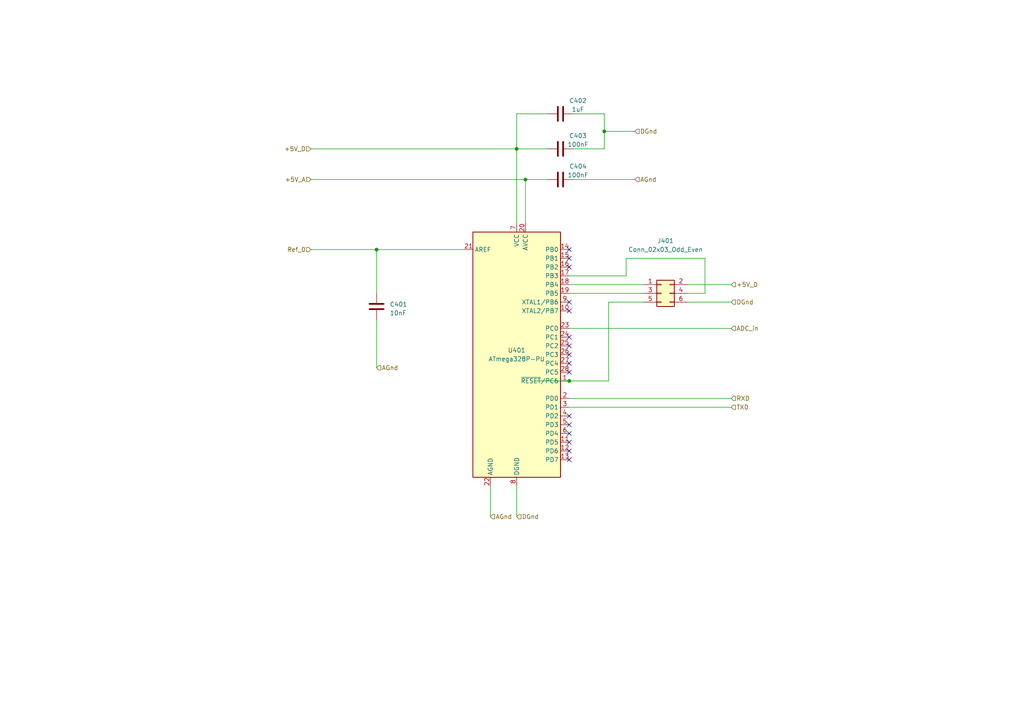
<source format=kicad_sch>
(kicad_sch (version 20230121) (generator eeschema)
  (paper "A4")
  (lib_symbols
    (symbol "Connector_Generic:Conn_02x03_Odd_Even" (pin_names (offset 1.016) hide)
      (property "Reference" "J" (at 1.27 5.08 0))
      (property "Value" "Conn_02x03_Odd_Even" (at 1.27 -5.08 0))
      (symbol "Conn_02x03_Odd_Even_1_1"
        (rectangle (start -1.27 -2.413) (end 0 -2.667) (stroke (width 0.1524)))
        (rectangle (start -1.27 0.127) (end 0 -0.127) (stroke (width 0.1524)))
        (rectangle (start -1.27 2.667) (end 0 2.413) (stroke (width 0.1524)))
        (rectangle (start -1.27 3.81) (end 3.81 -3.81) (stroke (width 0.254)) (fill (type background)))
        (rectangle (start 3.81 -2.413) (end 2.54 -2.667) (stroke (width 0.1524)))
        (rectangle (start 3.81 0.127) (end 2.54 -0.127) (stroke (width 0.1524)))
        (rectangle (start 3.81 2.667) (end 2.54 2.413) (stroke (width 0.1524)))
        (pin passive line (at -5.08 2.54 0) (length 3.81) (name "Pin_1") (number "1"))
        (pin passive line (at 7.62 2.54 180) (length 3.81) (name "Pin_2") (number "2"))
        (pin passive line (at -5.08 0 0) (length 3.81) (name "Pin_3") (number "3"))
        (pin passive line (at 7.62 0 180) (length 3.81) (name "Pin_4") (number "4"))
        (pin passive line (at -5.08 -2.54 0) (length 3.81) (name "Pin_5") (number "5"))
        (pin passive line (at 7.62 -2.54 180) (length 3.81) (name "Pin_6") (number "6"))
      )
    )
    (symbol "Device:C" (pin_numbers hide) (pin_names (offset 0.254))
      (property "Reference" "C" (at 0.635 2.54 0))
      (property "Value" "C" (at 0.635 -2.54 0))
      (symbol "C_0_1"
        (polyline (pts (xy -2.032 -0.762) (xy 2.032 -0.762)) (stroke (width 0.508)))
        (polyline (pts (xy -2.032 0.762) (xy 2.032 0.762)) (stroke (width 0.508)))
      )
      (symbol "C_1_1"
        (pin passive line (at 0 3.81 270) (length 2.794) (name "~") (number "1"))
        (pin passive line (at 0 -3.81 90) (length 2.794) (name "~") (number "2"))
      )
    )
    (symbol "MCU_Microchip_ATmega:ATmega328P-P"
      (property "Reference" "U3" (at -21.59 33.6041 0))
      (property "Value" "ATmega328P-P" (at -21.59 31.0641 0))
      (symbol "ATmega328P-P_0_1"
        (rectangle (start -12.7 -35.56) (end 12.7 35.56) (stroke (width 0.254)) (fill (type background)))
      )
      (symbol "ATmega328P-P_1_1"
        (pin bidirectional line (at 15.24 -7.62 180) (length 2.54) (name "~{RESET}/PC6") (number "1"))
        (pin bidirectional line (at 15.24 12.7 180) (length 2.54) (name "XTAL2/PB7") (number "10"))
        (pin bidirectional line (at 15.24 -25.4 180) (length 2.54) (name "PD5") (number "11"))
        (pin bidirectional line (at 15.24 -27.94 180) (length 2.54) (name "PD6") (number "12"))
        (pin bidirectional line (at 15.24 -30.48 180) (length 2.54) (name "PD7") (number "13"))
        (pin bidirectional line (at 15.24 30.48 180) (length 2.54) (name "PB0") (number "14"))
        (pin bidirectional line (at 15.24 27.94 180) (length 2.54) (name "PB1") (number "15"))
        (pin bidirectional line (at 15.24 25.4 180) (length 2.54) (name "PB2") (number "16"))
        (pin bidirectional line (at 15.24 22.86 180) (length 2.54) (name "PB3") (number "17"))
        (pin bidirectional line (at 15.24 20.32 180) (length 2.54) (name "PB4") (number "18"))
        (pin bidirectional line (at 15.24 17.78 180) (length 2.54) (name "PB5") (number "19"))
        (pin bidirectional line (at 15.24 -12.7 180) (length 2.54) (name "PD0") (number "2"))
        (pin power_in line (at 2.54 38.1 270) (length 2.54) (name "AVCC") (number "20"))
        (pin passive line (at -15.24 30.48 0) (length 2.54) (name "AREF") (number "21"))
        (pin power_in line (at -7.62 -38.1 90) (length 2.54) (name "AGND") (number "22"))
        (pin bidirectional line (at 15.24 7.62 180) (length 2.54) (name "PC0") (number "23"))
        (pin bidirectional line (at 15.24 5.08 180) (length 2.54) (name "PC1") (number "24"))
        (pin bidirectional line (at 15.24 2.54 180) (length 2.54) (name "PC2") (number "25"))
        (pin bidirectional line (at 15.24 0 180) (length 2.54) (name "PC3") (number "26"))
        (pin bidirectional line (at 15.24 -2.54 180) (length 2.54) (name "PC4") (number "27"))
        (pin bidirectional line (at 15.24 -5.08 180) (length 2.54) (name "PC5") (number "28"))
        (pin bidirectional line (at 15.24 -15.24 180) (length 2.54) (name "PD1") (number "3"))
        (pin bidirectional line (at 15.24 -17.78 180) (length 2.54) (name "PD2") (number "4"))
        (pin bidirectional line (at 15.24 -20.32 180) (length 2.54) (name "PD3") (number "5"))
        (pin bidirectional line (at 15.24 -22.86 180) (length 2.54) (name "PD4") (number "6"))
        (pin power_in line (at 0 38.1 270) (length 2.54) (name "VCC") (number "7"))
        (pin power_in line (at 0 -38.1 90) (length 2.54) (name "DGND") (number "8"))
        (pin bidirectional line (at 15.24 15.24 180) (length 2.54) (name "XTAL1/PB6") (number "9"))
      )
    )
  )
  (junction (at 175.26 38.1))
  (junction (at 149.86 43.18))
  (junction (at 165.1 110.49))
  (junction (at 109.22 72.39))
  (junction (at 152.4 52.07))
  (no_connect (at 165.1 77.47))
  (no_connect (at 165.1 130.81))
  (no_connect (at 165.1 125.73))
  (no_connect (at 165.1 72.39))
  (no_connect (at 165.1 105.41))
  (no_connect (at 165.1 74.93))
  (no_connect (at 165.1 107.95))
  (no_connect (at 165.1 123.19))
  (no_connect (at 165.1 120.65))
  (no_connect (at 165.1 87.63))
  (no_connect (at 165.1 90.17))
  (no_connect (at 165.1 102.87))
  (no_connect (at 165.1 128.27))
  (no_connect (at 165.1 100.33))
  (no_connect (at 165.1 97.79))
  (no_connect (at 165.1 133.35))
  (wire (pts (xy 154.94 110.49) (xy 165.1 110.49)))
  (wire (pts (xy 158.75 33.02) (xy 149.86 33.02)))
  (wire (pts (xy 199.39 82.55) (xy 212.09 82.55)))
  (wire (pts (xy 149.86 43.18) (xy 149.86 64.77)))
  (wire (pts (xy 165.1 110.49) (xy 176.53 110.49)))
  (wire (pts (xy 109.22 72.39) (xy 134.62 72.39)))
  (wire (pts (xy 199.39 87.63) (xy 212.09 87.63)))
  (wire (pts (xy 165.1 82.55) (xy 186.69 82.55)))
  (wire (pts (xy 175.26 33.02) (xy 175.26 38.1)))
  (wire (pts (xy 176.53 87.63) (xy 176.53 110.49)))
  (wire (pts (xy 149.86 33.02) (xy 149.86 43.18)))
  (wire (pts (xy 90.17 52.07) (xy 152.4 52.07)))
  (wire (pts (xy 109.22 92.71) (xy 109.22 106.68)))
  (wire (pts (xy 204.47 74.93) (xy 204.47 85.09)))
  (wire (pts (xy 149.86 43.18) (xy 158.75 43.18)))
  (wire (pts (xy 165.1 115.57) (xy 212.09 115.57)))
  (wire (pts (xy 90.17 72.39) (xy 109.22 72.39)))
  (wire (pts (xy 90.17 43.18) (xy 149.86 43.18)))
  (wire (pts (xy 109.22 72.39) (xy 109.22 85.09)))
  (wire (pts (xy 181.61 80.01) (xy 181.61 74.93)))
  (wire (pts (xy 166.37 43.18) (xy 175.26 43.18)))
  (wire (pts (xy 165.1 80.01) (xy 181.61 80.01)))
  (wire (pts (xy 142.24 140.97) (xy 142.24 149.86)))
  (wire (pts (xy 152.4 52.07) (xy 152.4 64.77)))
  (wire (pts (xy 165.1 95.25) (xy 212.09 95.25)))
  (wire (pts (xy 165.1 85.09) (xy 186.69 85.09)))
  (wire (pts (xy 175.26 38.1) (xy 184.15 38.1)))
  (wire (pts (xy 204.47 85.09) (xy 199.39 85.09)))
  (wire (pts (xy 176.53 87.63) (xy 186.69 87.63)))
  (wire (pts (xy 152.4 52.07) (xy 158.75 52.07)))
  (wire (pts (xy 181.61 74.93) (xy 204.47 74.93)))
  (wire (pts (xy 166.37 52.07) (xy 184.15 52.07)))
  (wire (pts (xy 166.37 33.02) (xy 175.26 33.02)))
  (wire (pts (xy 175.26 38.1) (xy 175.26 43.18)))
  (wire (pts (xy 149.86 140.97) (xy 149.86 149.86)))
  (wire (pts (xy 165.1 118.11) (xy 212.09 118.11)))
  (hierarchical_label "AGnd" (shape input) (at 142.24 149.86 0))
  (hierarchical_label "AGnd" (shape input) (at 109.22 106.68 0))
  (hierarchical_label "TXD" (shape input) (at 212.09 118.11 0))
  (hierarchical_label "ADC_in" (shape input) (at 212.09 95.25 0))
  (hierarchical_label "+5V_D" (shape input) (at 90.17 43.18 180))
  (hierarchical_label "+5V_A" (shape input) (at 90.17 52.07 180))
  (hierarchical_label "+5V_D" (shape input) (at 212.09 82.55 0))
  (hierarchical_label "AGnd" (shape input) (at 184.15 52.07 0))
  (hierarchical_label "DGnd" (shape input) (at 149.86 149.86 0))
  (hierarchical_label "RXD" (shape input) (at 212.09 115.57 0))
  (hierarchical_label "DGnd" (shape input) (at 184.15 38.1 0))
  (hierarchical_label "DGnd" (shape input) (at 212.09 87.63 0))
  (hierarchical_label "Ref_0" (shape input) (at 90.17 72.39 180))
  (symbol (lib_id "Device:C") (at 109.22 88.9 180) (unit 1)
    (property "Reference" "C401" (at 113.03 88.265 0) (effects (justify right)))
    (property "Value" "10nF" (at 113.03 90.805 0) (effects (justify right)))
    (property "Footprint" "Capacitor_SMD:C_0805_2012Metric" (effects hide))
  )
  (symbol (lib_id "Device:C") (at 162.56 52.07 90) (unit 1)
    (property "Reference" "C404" (at 167.64 48.26 90))
    (property "Value" "100nF" (at 167.64 50.8 90))
    (property "Footprint" "Capacitor_SMD:C_0805_2012Metric" (effects hide))
  )
  (symbol (lib_id "MCU_Microchip_ATmega:ATmega328P-P") (at 149.86 102.87 0) (unit 1)
    (property "Reference" "U401" (at 149.86 101.6 0))
    (property "Value" "ATmega328P-PU" (at 149.86 104.14 0))
    (property "Footprint" "Package_DIP:DIP-28_W7.62mm" (effects hide))
    (property "Datasheet" "http://ww1.microchip.com/downloads/en/DeviceDoc/ATmega328_P%20AVR%20MCU%20with%20picoPower%20Technology%20Data%20Sheet%2040001984A.pdf" (effects hide))
  )
  (symbol (lib_id "Connector_Generic:Conn_02x03_Odd_Even") (at 191.77 85.09 0) (unit 1)
    (property "Reference" "J401" (at 193.04 69.85 0))
    (property "Value" "Conn_02x03_Odd_Even" (at 193.04 72.39 0))
    (property "Footprint" "Connector_PinHeader_2.54mm:PinHeader_2x03_P2.54mm_Vertical" (effects hide))
  )
  (symbol (lib_id "Device:C") (at 162.56 43.18 90) (unit 1)
    (property "Reference" "C403" (at 167.64 39.37 90))
    (property "Value" "100nF" (at 167.64 41.91 90))
    (property "Footprint" "Capacitor_SMD:C_0805_2012Metric" (effects hide))
  )
  (symbol (lib_id "Device:C") (at 162.56 33.02 90) (unit 1)
    (property "Reference" "C402" (at 167.64 29.21 90))
    (property "Value" "1uF" (at 167.64 31.75 90))
    (property "Footprint" "Capacitor_SMD:C_0805_2012Metric" (effects hide))
  )
)
</source>
